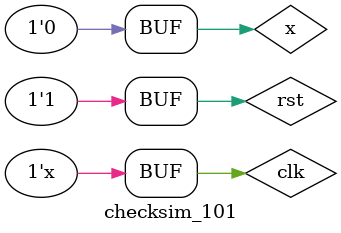
<source format=v>
 `timescale 1ns / 1ps

module checksim_101();
    reg clk,rst;
    reg x;
    wire y;
    check_101 ch(.clk(clk),.rst(rst),.x(x),.y(y));
    initial begin
        clk = 0;
        rst = 1;
        #5 rst = 0;
        #3 rst = 1;
        #40 x = 1;
        #40 x = 1;
        #40 x = 0;
        #40 x = 1;
        #40 x = 1;
        #40 x = 0;
        #40 x = 0;
        #40 x = 1;
        #40 x = 0;
        #40 x = 1;
        #40 x = 0;
        #40 x = 0;
        #40 x = 1;
        #40 x = 0;
        #40 x = 0;
        #40 x = 1;
        #40 x = 0;
        #40 x = 1;
        #40 x = 0;
    end
    always #50 clk = ~clk;
endmodule
</source>
